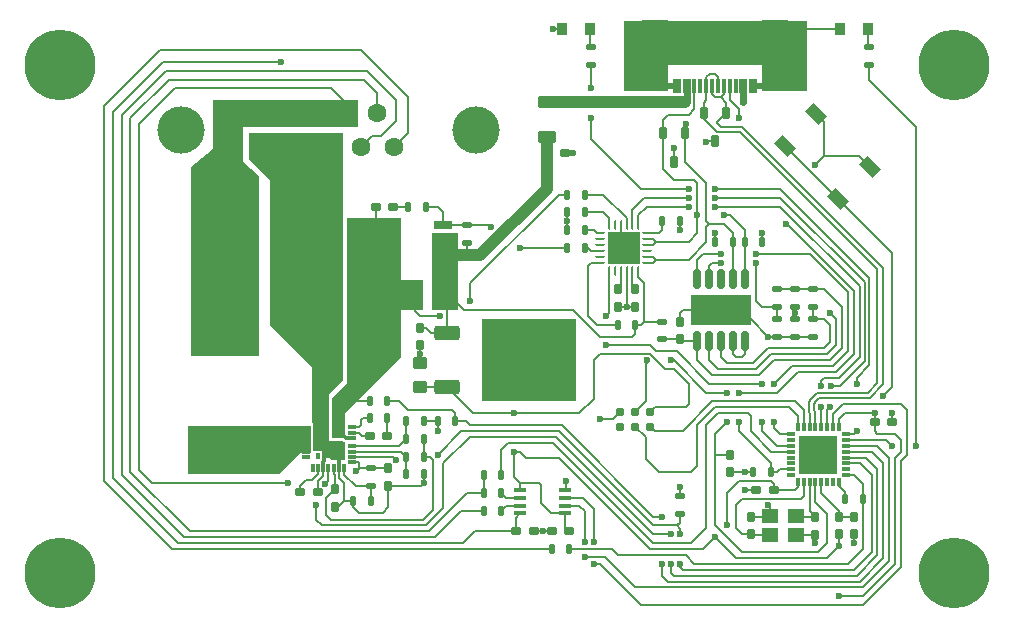
<source format=gtl>
%FSLAX46Y46*%
%MOMM*%
%ADD11C,0.200000*%
%ADD12C,0.300000*%
%ADD14C,0.500000*%
%ADD15C,0.600000*%
%ADD13C,1.000000*%
%AMPS37*
4,1,20,
0.362500,1.175000,
0.362500,-1.175000,
-0.362500,-1.175000,
-0.362500,-0.875000,
0.087500,-0.875000,
0.087500,-0.725000,
-0.362500,-0.725000,
-0.362500,-0.425000,
0.087500,-0.425000,
0.087500,-0.025000,
-0.362500,-0.025000,
-0.362500,0.275000,
0.087500,0.275000,
0.087500,0.425000,
-0.362500,0.425000,
-0.362500,0.725000,
0.087500,0.725000,
0.087500,0.875000,
-0.362500,0.875000,
-0.362500,1.175000,
0.362500,1.175000,
0*
%
%ADD37PS37*%
%AMPS22*
4,1,4,
-3.200000,-2.900000,
3.200000,-2.900000,
3.200000,2.900000,
-3.200000,2.900000,
-3.200000,-2.900000,
0*
%
%ADD22PS22*%
%AMPS19*
1,1,4.000000,0.000000,0.000000*
%
%ADD19PS19*%
%AMPS18*
1,1,1.600000,0.000000,0.000000*
%
%ADD18PS18*%
%AMPS35*
21,1,0.580000,0.380000,0.000000,0.000000,270.000000*
%
%ADD35PS35*%
%AMPS42*
21,1,1.000000,1.600000,0.000000,0.000000,45.000000*
%
%ADD42PS42*%
%AMPS43*
21,1,1.000000,1.600000,0.000000,0.000000,225.000000*
%
%ADD43PS43*%
%AMPS56*
21,1,2.700000,2.700000,0.000000,0.000000,180.000000*
%
%ADD56PS56*%
%AMPS53*
21,1,0.900000,1.000000,0.000000,0.000000,0.000000*
%
%ADD53PS53*%
%AMPS41*
21,1,1.575000,1.050000,0.000000,0.000000,270.000000*
%
%ADD41PS41*%
%AMPS49*
21,1,3.200000,1.600000,0.000000,0.000000,180.000000*
%
%ADD49PS49*%
%AMPS36*
21,1,0.300000,0.725000,0.000000,0.000000,180.000000*
%
%ADD36PS36*%
%AMPS38*
21,1,0.300000,0.725000,0.000000,0.000000,270.000000*
%
%ADD38PS38*%
%AMPS45*
21,1,0.600000,1.500000,0.000000,0.000000,90.000000*
%
%ADD45PS45*%
%AMPS46*
21,1,0.600000,1.500000,0.000000,0.000000,270.000000*
%
%ADD46PS46*%
%AMPS47*
21,1,2.900000,5.400000,0.000000,0.000000,90.000000*
%
%ADD47PS47*%
%AMPS25*
21,1,2.500000,3.400000,0.000000,0.000000,90.000000*
%
%ADD25PS25*%
%AMPS50*
21,1,0.600000,1.150000,0.000000,0.000000,180.000000*
%
%ADD50PS50*%
%AMPS28*
21,1,0.300000,0.600000,0.000000,0.000000,0.000000*
%
%ADD28PS28*%
%AMPS27*
21,1,0.300000,0.600000,0.000000,0.000000,90.000000*
%
%ADD27PS27*%
%AMPS29*
21,1,0.300000,0.600000,0.000000,0.000000,180.000000*
%
%ADD29PS29*%
%AMPS26*
21,1,0.300000,0.600000,0.000000,0.000000,270.000000*
%
%ADD26PS26*%
%AMPS51*
21,1,2.180000,2.000000,0.000000,0.000000,180.000000*
%
%ADD51PS51*%
%AMPS52*
21,1,0.300000,1.150000,0.000000,0.000000,180.000000*
%
%ADD52PS52*%
%AMPS62*
21,1,1.400000,1.200000,0.000000,0.000000,0.000000*
%
%ADD62PS62*%
%AMPS65*
1,1,0.600000,0.000000,0.000000*
%
%ADD65PS65*%
%AMPS39*
4,1,14,
0.600000,1.137500,
0.300000,1.137500,
0.300000,1.687500,
0.000000,1.687500,
0.000000,1.137500,
-0.150000,1.137500,
-0.150000,1.687500,
-0.450000,1.687500,
-0.450000,1.137500,
-0.600000,1.137500,
-0.600000,-1.037500,
0.145000,-1.037500,
0.145000,-1.687500,
0.600000,-1.687500,
0.600000,1.137500,
0*
%
%ADD39PS39*%
%AMPS40*
4,1,10,
0.525000,0.300000,
0.225000,0.300000,
0.225000,0.850000,
-0.075000,0.850000,
-0.075000,0.300000,
-0.225000,0.300000,
-0.225000,0.850000,
-0.525000,0.850000,
-0.525000,-0.850000,
0.525000,-0.850000,
0.525000,0.300000,
0*
%
%ADD40PS40*%
%AMPS20*
1,1,0.500000,-0.250000,0.550000*
1,1,0.500000,0.250000,-0.550000*
1,1,0.500000,-0.250000,-0.550000*
21,1,1.000000,1.100000,0.000000,0.000000,180.000000*
21,1,0.500000,1.600000,0.000000,0.000000,180.000000*
1,1,0.500000,0.250000,0.550000*
%
%ADD20PS20*%
%AMPS31*
1,1,0.500000,-0.550000,-0.250000*
1,1,0.500000,0.550000,0.250000*
1,1,0.500000,0.550000,-0.250000*
21,1,1.000000,1.100000,0.000000,0.000000,270.000000*
21,1,0.500000,1.600000,0.000000,0.000000,270.000000*
1,1,0.500000,-0.550000,0.250000*
%
%ADD31PS31*%
%AMPS59*
1,1,0.100000,0.500000,0.150000*
1,1,0.100000,-0.500000,-0.150000*
1,1,0.100000,-0.500000,0.150000*
21,1,0.400000,1.000000,0.000000,0.000000,90.000000*
21,1,0.300000,1.100000,0.000000,0.000000,90.000000*
1,1,0.100000,0.500000,-0.150000*
%
%ADD59PS59*%
%AMPS60*
1,1,0.100000,-0.500000,-0.150000*
1,1,0.100000,0.500000,0.150000*
1,1,0.100000,0.500000,-0.150000*
21,1,0.400000,1.000000,0.000000,0.000000,270.000000*
21,1,0.300000,1.100000,0.000000,0.000000,270.000000*
1,1,0.100000,-0.500000,0.150000*
%
%ADD60PS60*%
%AMPS54*
1,1,0.125000,-0.062500,0.350000*
1,1,0.125000,0.062500,-0.350000*
1,1,0.125000,-0.062500,-0.350000*
21,1,0.250000,0.700000,0.000000,0.000000,180.000000*
21,1,0.125000,0.825000,0.000000,0.000000,180.000000*
1,1,0.125000,0.062500,0.350000*
%
%ADD54PS54*%
%AMPS57*
1,1,0.360000,0.220000,-0.195000*
1,1,0.360000,-0.220000,0.195000*
1,1,0.360000,0.220000,0.195000*
21,1,0.800000,0.390000,0.000000,0.000000,0.000000*
21,1,0.440000,0.750000,0.000000,0.000000,0.000000*
1,1,0.360000,-0.220000,-0.195000*
%
%ADD57PS57*%
%AMPS32*
1,1,0.360000,0.195000,0.220000*
1,1,0.360000,-0.195000,-0.220000*
1,1,0.360000,-0.195000,0.220000*
21,1,0.800000,0.390000,0.000000,0.000000,90.000000*
21,1,0.440000,0.750000,0.000000,0.000000,90.000000*
1,1,0.360000,0.195000,-0.220000*
%
%ADD32PS32*%
%AMPS48*
1,1,0.360000,-0.220000,0.195000*
1,1,0.360000,0.220000,-0.195000*
1,1,0.360000,-0.220000,-0.195000*
21,1,0.800000,0.390000,0.000000,0.000000,180.000000*
21,1,0.440000,0.750000,0.000000,0.000000,180.000000*
1,1,0.360000,0.220000,0.195000*
%
%ADD48PS48*%
%AMPS34*
1,1,0.360000,-0.195000,-0.220000*
1,1,0.360000,0.195000,0.220000*
1,1,0.360000,0.195000,-0.220000*
21,1,0.800000,0.390000,0.000000,0.000000,270.000000*
21,1,0.440000,0.750000,0.000000,0.000000,270.000000*
1,1,0.360000,-0.195000,0.220000*
%
%ADD34PS34*%
%AMPS23*
1,1,0.300000,0.175000,-0.675000*
1,1,0.300000,-0.175000,0.675000*
1,1,0.300000,0.175000,0.675000*
21,1,0.650000,1.350000,0.000000,0.000000,0.000000*
21,1,0.350000,1.650000,0.000000,0.000000,0.000000*
1,1,0.300000,-0.175000,-0.675000*
%
%ADD23PS23*%
%AMPS24*
1,1,0.300000,-0.175000,0.675000*
1,1,0.300000,0.175000,-0.675000*
1,1,0.300000,-0.175000,-0.675000*
21,1,0.650000,1.350000,0.000000,0.000000,180.000000*
21,1,0.350000,1.650000,0.000000,0.000000,180.000000*
1,1,0.300000,0.175000,0.675000*
%
%ADD24PS24*%
%AMPS64*
1,1,0.440000,-0.230000,0.630000*
1,1,0.440000,0.230000,-0.630000*
1,1,0.440000,-0.230000,-0.630000*
21,1,0.900000,1.260000,0.000000,0.000000,180.000000*
21,1,0.460000,1.700000,0.000000,0.000000,180.000000*
1,1,0.440000,0.230000,0.630000*
%
%ADD64PS64*%
%AMPS61*
1,1,0.500000,0.375000,0.250000*
1,1,0.500000,-0.375000,-0.250000*
1,1,0.500000,-0.375000,0.250000*
21,1,1.000000,0.750000,0.000000,0.000000,90.000000*
21,1,0.500000,1.250000,0.000000,0.000000,90.000000*
1,1,0.500000,0.375000,-0.250000*
%
%ADD61PS61*%
%AMPS16*
1,1,0.240000,0.130000,-0.330000*
1,1,0.240000,-0.130000,0.330000*
1,1,0.240000,0.130000,0.330000*
21,1,0.500000,0.660000,0.000000,0.000000,0.000000*
21,1,0.260000,0.900000,0.000000,0.000000,0.000000*
1,1,0.240000,-0.130000,-0.330000*
%
%ADD16PS16*%
%AMPS33*
1,1,0.240000,0.330000,0.130000*
1,1,0.240000,-0.330000,-0.130000*
1,1,0.240000,-0.330000,0.130000*
21,1,0.500000,0.660000,0.000000,0.000000,90.000000*
21,1,0.260000,0.900000,0.000000,0.000000,90.000000*
1,1,0.240000,0.330000,-0.130000*
%
%ADD33PS33*%
%AMPS17*
1,1,0.240000,-0.130000,0.330000*
1,1,0.240000,0.130000,-0.330000*
1,1,0.240000,-0.130000,-0.330000*
21,1,0.500000,0.660000,0.000000,0.000000,180.000000*
21,1,0.260000,0.900000,0.000000,0.000000,180.000000*
1,1,0.240000,0.130000,0.330000*
%
%ADD17PS17*%
%AMPS44*
1,1,0.240000,-0.330000,-0.130000*
1,1,0.240000,0.330000,0.130000*
1,1,0.240000,0.330000,-0.130000*
21,1,0.500000,0.660000,0.000000,0.000000,270.000000*
21,1,0.260000,0.900000,0.000000,0.000000,270.000000*
1,1,0.240000,-0.330000,0.130000*
%
%ADD44PS44*%
%AMPS21*
1,1,0.500000,0.850000,-0.350000*
1,1,0.500000,-0.850000,0.350000*
1,1,0.500000,0.850000,0.350000*
21,1,2.200000,0.700000,0.000000,0.000000,0.000000*
21,1,1.700000,1.200000,0.000000,0.000000,0.000000*
1,1,0.500000,-0.850000,-0.350000*
%
%ADD21PS21*%
%AMPS58*
1,1,0.340000,0.180000,-0.330000*
1,1,0.340000,-0.180000,0.330000*
1,1,0.340000,0.180000,0.330000*
21,1,0.700000,0.660000,0.000000,0.000000,0.000000*
21,1,0.360000,1.000000,0.000000,0.000000,0.000000*
1,1,0.340000,-0.180000,-0.330000*
%
%ADD58PS58*%
%AMPS55*
1,1,0.125000,-0.350000,0.062500*
1,1,0.125000,0.350000,-0.062500*
1,1,0.125000,-0.350000,-0.062500*
21,1,0.825000,0.125000,0.000000,0.000000,180.000000*
21,1,0.700000,0.250000,0.000000,0.000000,180.000000*
1,1,0.125000,0.350000,0.062500*
%
%ADD55PS55*%
%AMPS10*
1,1,6.000000,0.000000,0.000000*
%
%ADD10PS10*%
%AMPS30*
21,1,3.300000,3.300000,0.000000,0.000000,90.000000*
%
%ADD30PS30*%
%AMPS63*
1,1,0.787400,0.000000,0.000000*
%
%ADD63PS63*%
G01*
%LPD*%
G36*
X25250000Y67500000D02*
X25250000Y74500000D01*
X17250000Y74500000D01*
X17250000Y67500000D01*
X25250000Y67500000D01*
D02*
G37*
%LPD*%
G36*
X5642576Y62529858D02*
X5642576Y64057969D01*
X5547368Y64108858D01*
X5521779Y64129858D01*
X4342576Y64129858D01*
X4342576Y68039993D01*
X5502592Y69292792D01*
X5502592Y90250000D01*
X-2500000Y90250000D01*
X-2500000Y87999999D01*
X-657424Y86293053D01*
X-657424Y73929859D01*
X2842576Y70429857D01*
X2842576Y65659858D01*
X2972576Y65659858D01*
X2972576Y63339858D01*
X3742576Y63339858D01*
X3742576Y62729858D01*
X4342575Y62729858D01*
X4542577Y62529858D01*
X5642576Y62529858D01*
D02*
G37*
%LPD*%
G36*
X-1657424Y71329858D02*
X-1657424Y86579858D01*
X-3000000Y87774921D01*
X-3000000Y90750000D01*
X6750000Y90750000D01*
X6750000Y93000000D01*
X-5500000Y93000000D01*
X-5500000Y88851206D01*
X-7407424Y87329857D01*
X-7407424Y71329858D01*
X-1657424Y71329858D01*
D02*
G37*
%LPD*%
G36*
X40000000Y74000000D02*
X40000000Y76500000D01*
X35000000Y76500000D01*
X35000000Y74000000D01*
X40000000Y74000000D01*
D02*
G37*
%LPD*%
G36*
X33000000Y93750000D02*
X33000000Y96000000D01*
X41000000Y96000000D01*
X41000000Y93750000D01*
X44750000Y93750000D01*
X44750000Y99740000D01*
X29250000Y99740000D01*
X29250000Y93750000D01*
X33000000Y93750000D01*
D02*
G37*
%LPD*%
G36*
X5642576Y64424858D02*
X5642576Y66479858D01*
X10392576Y71229860D01*
X10392576Y75250000D01*
X12250000Y75250000D01*
X12250000Y77750000D01*
X10392576Y77750000D01*
X10392576Y83000000D01*
X5842576Y83000000D01*
X5842576Y69079859D01*
X4542576Y67823529D01*
X4542576Y64425000D01*
X5642576Y64424858D01*
D02*
G37*
%LPD*%
G36*
X13681509Y75250000D02*
X13700485Y75252815D01*
X13750000Y75255248D01*
X13799515Y75252815D01*
X13818491Y75250000D01*
X15250000Y75250000D01*
X15250000Y81750000D01*
X13000000Y81750000D01*
X13000000Y75250000D01*
X13681509Y75250000D01*
D02*
G37*
%LPD*%
G36*
X92575Y61329858D02*
X1837576Y63074858D01*
X1837576Y63159858D01*
X2767576Y63159858D01*
X2767576Y65454858D01*
X-7657424Y65454858D01*
X-7657424Y61329858D01*
X92575Y61329858D01*
D02*
G37*
G01*
%LPD*%
D11*
X45049998Y65900000D02*
X44999998Y65850000D01*
D11*
X20500000Y80500000D02*
X24500000Y80500000D01*
D11*
X43750000Y74500000D02*
X43750000Y75000000D01*
D11*
X46000000Y69250000D02*
X46000000Y68799999D01*
D11*
X45333787Y66749989D02*
X45499998Y66583778D01*
D12*
X5167576Y61892358D02*
X5167576Y63267358D01*
D11*
X30000000Y73000000D02*
X30250000Y73250000D01*
D11*
X34750000Y91750000D02*
X35250000Y92250000D01*
D11*
X15500020Y58249980D02*
X15500000Y58250000D01*
D11*
X10417576Y63254858D02*
X10842576Y62829858D01*
D11*
X20500000Y63250000D02*
X21000000Y62750000D01*
D11*
X13950000Y83550000D02*
X13950000Y82404998D01*
D11*
X42250000Y74500000D02*
X42250000Y75500000D01*
D11*
X27750000Y72250000D02*
X31500000Y72250000D01*
D11*
X44933776Y67412738D02*
X44933777Y66584299D01*
D11*
X39250000Y71250000D02*
X39500000Y71500000D01*
D11*
X20500000Y58674980D02*
X19325000Y58674980D01*
D11*
X41000000Y75500000D02*
X42250000Y75500000D01*
D11*
X12500000Y83999998D02*
X13500002Y83999998D01*
D11*
X42000002Y60000000D02*
X42000002Y60499998D01*
D11*
X49968750Y99000000D02*
X49968750Y97537500D01*
D11*
X42500000Y85500000D02*
X50050021Y77949979D01*
D11*
X29500000Y75500000D02*
X30250000Y75500000D01*
D11*
X31750002Y56249998D02*
X33250000Y56249998D01*
D11*
X38000000Y70750000D02*
X40250000Y70750000D01*
D11*
X33500000Y52750000D02*
X33263909Y52986091D01*
D11*
X30250000Y65365000D02*
X31152520Y64462480D01*
D11*
X51250000Y78782856D02*
X51250000Y68967144D01*
D11*
X30000000Y83750000D02*
X31000000Y84750000D01*
D11*
X43500000Y70500000D02*
X47000000Y70500000D01*
D11*
X50500000Y65000000D02*
X50750000Y64750000D01*
D11*
X24300000Y59324980D02*
X25825020Y59324980D01*
D11*
X22075020Y60574980D02*
X20500000Y60574980D01*
D11*
X50750000Y54500000D02*
X49000000Y52750000D01*
D11*
X35250000Y92250000D02*
X35250000Y94245000D01*
D11*
X10000000Y93000000D02*
X10000000Y91250000D01*
D11*
X29500000Y75500000D02*
X28750000Y75500000D01*
D11*
X48099998Y62250000D02*
X49250000Y62250000D01*
D12*
X3900000Y62475000D02*
X3900000Y62959934D01*
D13*
X22750000Y85500000D02*
X22750000Y88500000D01*
D11*
X12000000Y73749998D02*
X12500002Y73749998D01*
D11*
X43750000Y60000000D02*
X43999998Y60249998D01*
D13*
X22750000Y88500000D02*
X22750000Y89850000D01*
D11*
X7192576Y66079858D02*
X7742576Y66079858D01*
D11*
X39258345Y59258345D02*
X44300011Y59258345D01*
D11*
X45500000Y87500000D02*
X46250000Y88250000D01*
D11*
X9342576Y60329858D02*
X9342576Y58579858D01*
D11*
X31750000Y79250000D02*
X31212500Y79250000D01*
D11*
X33750000Y57000000D02*
X34000000Y57250000D01*
D11*
X34000000Y82750000D02*
X34000000Y82000000D01*
D11*
X35500000Y79500000D02*
X36000000Y80000000D01*
D11*
X17400000Y59749980D02*
X15999980Y59749980D01*
D11*
X37250000Y70250000D02*
X40500000Y70250000D01*
D11*
X4267576Y60793560D02*
X4010120Y60536104D01*
D11*
X51750000Y62750000D02*
X50750000Y63750000D01*
D11*
X36750000Y94245000D02*
X36750000Y93500000D01*
D11*
X3250000Y57500000D02*
X3750000Y57000000D01*
D11*
X13500000Y65829858D02*
X13500000Y65000000D01*
D11*
X36750000Y93500000D02*
X37000000Y93250000D01*
D11*
X37149980Y90350020D02*
X39117136Y90350020D01*
D11*
X29000000Y82462500D02*
X29000000Y81500000D01*
D11*
X50500000Y65750000D02*
X50500000Y66500000D01*
D11*
X31000000Y74250000D02*
X30750000Y74000000D01*
D11*
X40000000Y65000000D02*
X41750000Y63250000D01*
D11*
X49650010Y70900010D02*
X47549999Y68799999D01*
D14*
X40200000Y94245000D02*
X41535000Y94245000D01*
D11*
X45499998Y66583778D02*
X45499998Y65350000D01*
D11*
X40500000Y79250000D02*
X40500000Y76000000D01*
D12*
X3817576Y61892358D02*
X3817576Y62392576D01*
D11*
X48750000Y53250000D02*
X34250000Y53250000D01*
D11*
X42250000Y68250000D02*
X44000000Y70000000D01*
D11*
X51750000Y54000000D02*
X51750000Y62750000D01*
D11*
X41750000Y62250000D02*
X39000000Y65000000D01*
D11*
X38500000Y81750000D02*
X37750000Y82500000D01*
D11*
X50500000Y65750000D02*
X50500000Y65000000D01*
D11*
X5592576Y59079858D02*
X6342576Y59079858D01*
D11*
X51250000Y62250000D02*
X51250000Y54250000D01*
D11*
X-8000000Y56000000D02*
X-13250000Y61250000D01*
D11*
X2855087Y60817347D02*
X2330065Y60817347D01*
D11*
X24500000Y82750000D02*
X24500000Y83500000D01*
D11*
X12250000Y57500000D02*
X13092576Y58342576D01*
D11*
X50082845Y67799989D02*
X45832845Y67799989D01*
D11*
X13500002Y83999998D02*
X13950000Y83550000D01*
D11*
X38500000Y81000000D02*
X38500000Y81750000D01*
D11*
X24300000Y56849980D02*
X24650000Y56499980D01*
D11*
X47500000Y56250000D02*
X47500000Y55250000D01*
D11*
X32550000Y87200000D02*
X32550000Y90200000D01*
D11*
X34250000Y53250000D02*
X34013778Y53486222D01*
D11*
X44300011Y59258345D02*
X44499998Y59458332D01*
D11*
X48099998Y63250000D02*
X50250000Y63250000D01*
D11*
X11000000Y66750000D02*
X14750000Y66750000D01*
D11*
X42250000Y61500000D02*
X41750000Y61500000D01*
D11*
X44499998Y59458332D02*
X44499998Y60650000D01*
D11*
X41500000Y72000000D02*
X46250000Y72000000D01*
D11*
X50050021Y77949979D02*
X50050021Y70550021D01*
D11*
X34750000Y85500000D02*
X30750000Y85500000D01*
D11*
X40000000Y57750000D02*
X41599998Y57750000D01*
D11*
X45333787Y67247049D02*
X45333787Y66749989D01*
D11*
X37250000Y66500000D02*
X39750000Y66500000D01*
D11*
X-8750000Y94000000D02*
X2500000Y94000000D01*
D11*
X-14750000Y92500000D02*
X-14750000Y60750001D01*
D11*
X21000000Y62750000D02*
X23750000Y62750000D01*
D13*
X22750000Y85500000D02*
X17114998Y79864998D01*
D11*
X26500000Y94000000D02*
X26500000Y96000000D01*
D11*
X26000000Y82000000D02*
X26750000Y82000000D01*
D11*
X14450000Y76500000D02*
X15700000Y75250000D01*
D11*
X50250000Y61250000D02*
X50250000Y54750000D01*
D11*
X32250000Y81750000D02*
X32500000Y82000000D01*
D11*
X45750000Y54750000D02*
X46500000Y55500000D01*
D11*
X26450000Y99000000D02*
X26450000Y97550000D01*
D11*
X38500000Y77900000D02*
X38500000Y81000000D01*
D11*
X48750000Y56250000D02*
X48750000Y55500000D01*
D11*
X41649998Y58558336D02*
X41500000Y58708334D01*
D11*
X19325000Y58674980D02*
X18900000Y58249980D01*
D11*
X25475020Y58674980D02*
X25949997Y58200003D01*
D11*
X43750000Y77000000D02*
X45250000Y77000000D01*
D11*
X28345000Y66000000D02*
X27250000Y66000000D01*
D11*
X26750000Y67750000D02*
X25500000Y66500000D01*
D11*
X49500000Y60500000D02*
X49500000Y59250000D01*
D11*
X7042576Y65929858D02*
X7192576Y66079858D01*
D11*
X15999980Y59749980D02*
X12750000Y56500000D01*
D11*
X31520000Y66635000D02*
X31885000Y67000000D01*
D11*
X34750000Y81000000D02*
X35500000Y81750000D01*
D11*
X37000000Y95250000D02*
X36529978Y95250000D01*
D11*
X37200010Y91082846D02*
X37532825Y90750031D01*
D11*
X3367576Y61329836D02*
X2855087Y60817347D01*
D11*
X47500000Y69500000D02*
X46250000Y69500000D01*
D11*
X52250000Y64750000D02*
X52750000Y64250000D01*
D11*
X42000000Y65250000D02*
X42000000Y65750000D01*
D11*
X26500000Y79250000D02*
X27287500Y79250000D01*
D11*
X4767565Y61354858D02*
X4767565Y61842369D01*
D11*
X12500000Y57000000D02*
X14000000Y58500000D01*
D11*
X37750000Y93500000D02*
X37750000Y94245000D01*
D11*
X29500000Y83000000D02*
X29500000Y82462500D01*
D11*
X34000000Y72750000D02*
X32500000Y72750000D01*
D11*
X43750000Y73000000D02*
X45250000Y73000000D01*
D11*
X13950000Y82404998D02*
X16000000Y82404998D01*
D11*
X46250000Y72000000D02*
X46750000Y72500000D01*
D11*
X23250000Y64000000D02*
X31750000Y55500000D01*
D11*
X36750000Y79250000D02*
X37500000Y79250000D01*
D11*
X39500000Y82000000D02*
X38250000Y83250000D01*
D11*
X31152520Y70652520D02*
X31250000Y70750000D01*
D11*
X16675000Y56499980D02*
X20150000Y56499980D01*
D11*
X28000000Y78537500D02*
X28000000Y75000000D01*
D11*
X30500000Y78537500D02*
X30500000Y78000000D01*
D11*
X52750000Y67250000D02*
X53250000Y66750000D01*
D11*
X40000000Y56250000D02*
X39250000Y56250000D01*
D11*
X36300000Y89550000D02*
X36250000Y89500000D01*
D11*
X45999998Y60650000D02*
X45999998Y59750002D01*
D11*
X4842576Y60079858D02*
X4842576Y61279847D01*
D11*
X36250000Y82750000D02*
X36500000Y82500000D01*
D11*
X49000000Y69500000D02*
X49000000Y69000000D01*
D11*
X14000000Y62250000D02*
X16250000Y64500000D01*
D11*
X-7500000Y56500000D02*
X-12500000Y61500000D01*
D11*
X4500000Y94000000D02*
X5635000Y92865000D01*
D11*
X49750000Y62750000D02*
X50750000Y61750000D01*
D11*
X9790000Y89055000D02*
X11000000Y90265000D01*
D11*
X48099998Y64250000D02*
X51500000Y64250000D01*
D11*
X39000000Y65000000D02*
X39000000Y65750000D01*
D11*
X16000000Y80904998D02*
X16000000Y79979996D01*
D11*
X31500000Y55000000D02*
X36000000Y55000000D01*
D11*
X45049998Y67582842D02*
X45049998Y67528960D01*
D11*
X38000000Y65750000D02*
X37000000Y64750000D01*
D11*
X31750000Y80750000D02*
X31212500Y80750000D01*
D11*
X6842576Y58079858D02*
X6342576Y58579858D01*
D11*
X24300000Y58024980D02*
X24300000Y56849980D01*
D11*
X47499998Y65350000D02*
X47499998Y65999998D01*
D11*
X9250000Y67500000D02*
X10250000Y67500000D01*
D11*
X34250000Y75250000D02*
X34000000Y75000000D01*
D11*
X8750000Y90000000D02*
X7965000Y90000000D01*
D11*
X41500000Y73000000D02*
X40000000Y74500000D01*
D11*
X27250000Y71500000D02*
X26750000Y71000000D01*
D11*
X-14000000Y92000000D02*
X-14000000Y61000000D01*
D11*
X30750000Y50250000D02*
X27275020Y53724980D01*
D11*
X42250000Y77000000D02*
X43750000Y77000000D01*
D11*
X41750000Y60750000D02*
X39000000Y60750000D01*
D11*
X7042576Y65529858D02*
X7042576Y65929858D01*
D11*
X38750000Y71250000D02*
X39250000Y71250000D01*
D11*
X4767565Y61842369D02*
X4717576Y61892358D01*
D11*
X23750000Y65000000D02*
X15500000Y65000000D01*
D11*
X30000000Y78537500D02*
X30000000Y77250000D01*
D11*
X31152520Y62597480D02*
X32250000Y61500000D01*
D11*
X14300000Y68719998D02*
X16519998Y66500000D01*
D11*
X35000000Y61500000D02*
X35500000Y62000000D01*
D11*
X37000000Y89550000D02*
X36300000Y89550000D01*
D11*
X44250000Y99000000D02*
X44000000Y99250000D01*
D11*
X16000000Y82404998D02*
X17845002Y82404998D01*
D11*
X35500000Y77900000D02*
X35500000Y79500000D01*
D11*
X43750000Y67500000D02*
X36750000Y67500000D01*
D11*
X48750000Y57750000D02*
X47500000Y57750000D01*
D11*
X39500000Y71500000D02*
X39500000Y72600000D01*
D11*
X45999998Y65350000D02*
X45999998Y66932309D01*
D11*
X51250000Y68967144D02*
X50082845Y67799989D01*
D11*
X18900000Y61250000D02*
X18900000Y63400000D01*
D11*
X49500000Y55000000D02*
X49500000Y59250000D01*
D11*
X-12500000Y61500000D02*
X-12500000Y91500000D01*
D11*
X14300000Y76350000D02*
X14450000Y76500000D01*
D11*
X45749998Y63000000D02*
X45749998Y63000001D01*
D11*
X35500000Y72600000D02*
X34150000Y72600000D01*
D11*
X35500000Y86000000D02*
X35250000Y86250000D01*
D11*
X-12500000Y91500000D02*
X-9250000Y94750000D01*
D11*
X37250000Y94245000D02*
X37250000Y95000000D01*
D11*
X38000000Y59750000D02*
X39000000Y60750000D01*
D11*
X50250000Y63250000D02*
X51250000Y62250000D01*
D11*
X38500000Y72600000D02*
X38500000Y71500000D01*
D11*
X38750000Y56750000D02*
X38750000Y58750000D01*
D11*
X30500000Y82462500D02*
X30500000Y83250000D01*
D11*
X48000000Y66500000D02*
X50500000Y66500000D01*
D11*
X46999998Y65350000D02*
X46999998Y66434288D01*
D11*
X45250000Y74500000D02*
X45250000Y75500000D01*
D11*
X37000000Y84750000D02*
X42500000Y84750000D01*
D11*
X27500000Y85000000D02*
X29500000Y83000000D01*
D11*
X33500000Y87800000D02*
X33500000Y89000000D01*
D11*
X45450009Y67417153D02*
X45450009Y67363271D01*
D11*
X48750000Y76815714D02*
X43065714Y82500000D01*
D11*
X14300000Y68719998D02*
X12030064Y68719998D01*
D11*
X27675020Y54324980D02*
X30250000Y51750000D01*
D11*
X38000000Y57000000D02*
X38000000Y59750000D01*
D11*
X41000000Y65000000D02*
X41000000Y65750000D01*
D11*
X31212500Y81250000D02*
X31750000Y81250000D01*
D11*
X47750000Y72000000D02*
X47750000Y75500000D01*
D11*
X46500000Y55500000D02*
X46500000Y58000000D01*
D11*
X25000000Y75250000D02*
X27250000Y73000000D01*
D11*
X41649998Y56200000D02*
X40050000Y56200000D01*
D11*
X4267576Y61892358D02*
X4267576Y60793560D01*
D11*
X26000000Y80500000D02*
X26250000Y80500000D01*
D11*
X36500000Y71000000D02*
X37250000Y70250000D01*
D11*
X4092576Y57907424D02*
X4500000Y57500000D01*
D11*
X49187006Y88250000D02*
X50106244Y87330762D01*
D11*
X45049998Y66468078D02*
X45049998Y65900000D01*
D11*
X30750000Y74000000D02*
X30250000Y74000000D01*
D11*
X15920142Y65829858D02*
X16250000Y65500000D01*
D11*
X46500000Y58000000D02*
X45499998Y59000002D01*
D11*
X47500000Y57750000D02*
X47500000Y58250000D01*
D11*
X41599998Y57750000D02*
X41649998Y57800000D01*
D11*
X20000000Y63250000D02*
X20500000Y63250000D01*
D11*
X7250000Y94750000D02*
X8405000Y93595000D01*
D11*
X37000000Y64750000D02*
X37000000Y63000000D01*
D11*
X26000000Y54324980D02*
X27675020Y54324980D01*
D11*
X49500000Y51750000D02*
X51750000Y54000000D01*
D11*
X31250000Y70750000D02*
X31250000Y71000000D01*
D11*
X42500000Y84000000D02*
X49250000Y77250000D01*
D11*
X50750000Y78717156D02*
X50750000Y69032844D01*
D11*
X28980000Y66635000D02*
X28345000Y66000000D01*
D11*
X31750000Y55500000D02*
X35000000Y55500000D01*
D11*
X48250000Y76750000D02*
X45000000Y80000000D01*
D11*
X11550000Y76500000D02*
X11550000Y75200000D01*
D11*
X43750000Y75000000D02*
X43750000Y75500000D01*
D11*
X31212500Y79750000D02*
X31750000Y79750000D01*
D11*
X4500000Y57500000D02*
X12250000Y57500000D01*
D11*
X36750000Y67500000D02*
X34250000Y65000000D01*
D11*
X34013909Y56263909D02*
X34013909Y56736091D01*
D11*
X10250000Y67500000D02*
X11000000Y66750000D01*
D11*
X36750000Y69750000D02*
X40750000Y69750000D01*
D11*
X32000000Y81000000D02*
X31750000Y80750000D01*
D11*
X43065714Y82500000D02*
X43000000Y82500000D01*
D11*
X36250000Y82250000D02*
X36500000Y82500000D01*
D11*
X12342576Y64329858D02*
X12342576Y62829858D01*
D11*
X10000000Y91250000D02*
X8750000Y90000000D01*
D11*
X6280076Y63254858D02*
X10417576Y63254858D01*
D11*
X34000000Y57250000D02*
X34000000Y58000000D01*
D11*
X24500000Y85000000D02*
X23750000Y85000000D01*
D11*
X34750000Y67250000D02*
X34750000Y69000000D01*
D11*
X14750000Y66750000D02*
X15000000Y66500000D01*
D11*
X5635000Y92865000D02*
X5635000Y91895000D01*
D11*
X29000000Y77250000D02*
X29000000Y78537500D01*
D12*
X5745142Y64404858D02*
X5400000Y64750000D01*
D11*
X33500000Y86250000D02*
X32550000Y87200000D01*
D11*
X46250000Y74500000D02*
X45250000Y74500000D01*
D11*
X32000000Y71750000D02*
X33750000Y71750000D01*
D11*
X52000000Y80062994D02*
X47419238Y84643756D01*
D11*
X36000000Y80000000D02*
X37500000Y80000000D01*
D11*
X2330065Y60817347D02*
X1842576Y60329858D01*
D11*
X8250000Y83999998D02*
X8250000Y82750000D01*
D11*
X37000000Y93250000D02*
X37500000Y93250000D01*
D11*
X26250000Y74750000D02*
X26250000Y79000000D01*
D13*
X15885002Y79864998D02*
X13950000Y79864998D01*
D11*
X34450000Y90200000D02*
X34450000Y90950000D01*
D11*
X11000000Y93250000D02*
X7000000Y97250000D01*
D11*
X37532825Y90750031D02*
X39282825Y90750031D01*
D11*
X26250000Y80500000D02*
X26500000Y80250000D01*
D11*
X36500000Y77900000D02*
X36500000Y79000000D01*
D11*
X46250000Y77000000D02*
X45250000Y77000000D01*
D11*
X6842576Y61829858D02*
X6817576Y61804858D01*
D11*
X-13250000Y61250000D02*
X-13250000Y91750000D01*
D11*
X44499998Y66750002D02*
X43750000Y67500000D01*
D11*
X12970002Y73279998D02*
X14300000Y73279998D01*
D11*
X34013778Y53486222D02*
X34013778Y53749740D01*
D11*
X35250000Y75250000D02*
X34250000Y75250000D01*
D11*
X5192596Y60979838D02*
X5592576Y60579858D01*
D11*
X48000000Y59824998D02*
X48000000Y59250000D01*
D11*
X48750000Y61250000D02*
X49500000Y60500000D01*
D11*
X42500000Y84750000D02*
X49650010Y77599990D01*
D11*
X1842576Y60329858D02*
X1842576Y59829858D01*
D11*
X36250000Y94970022D02*
X36250000Y94245000D01*
D11*
X42000000Y71000000D02*
X46750000Y71000000D01*
D11*
X34450000Y90200000D02*
X34450000Y87800000D01*
D11*
X24250000Y88500000D02*
X25000000Y88500000D01*
D11*
X27275020Y53724980D02*
X26750000Y53724980D01*
D11*
X41649998Y57800000D02*
X41649998Y58558336D01*
D11*
X6592576Y60329858D02*
X7842576Y60329858D01*
D11*
X32000000Y79500000D02*
X31750000Y79250000D01*
D11*
X12500002Y73749998D02*
X12970002Y73279998D01*
D11*
X31750000Y79750000D02*
X32000000Y79500000D01*
D11*
X34000000Y74250000D02*
X34000000Y75000000D01*
D11*
X39500000Y77900000D02*
X39500000Y81000000D01*
D11*
X24050000Y99000000D02*
X23250000Y99000000D01*
D11*
X21650000Y56499980D02*
X22400020Y56499980D01*
D11*
X34500000Y67000000D02*
X34750000Y67250000D01*
D11*
X33000000Y91750000D02*
X34750000Y91750000D01*
D11*
X22250000Y60400000D02*
X22075020Y60574980D01*
D11*
X48750000Y64750000D02*
X49000000Y65000000D01*
D11*
X47549999Y68799999D02*
X46800003Y68799999D01*
D11*
X36250000Y86000000D02*
X36250000Y82750000D01*
D11*
X14300000Y73279998D02*
X14300000Y76350000D01*
D11*
X27500000Y83500000D02*
X28000000Y83000000D01*
D11*
X32000000Y79500000D02*
X34750000Y79500000D01*
D11*
X47000000Y70500000D02*
X48250000Y71750000D01*
D11*
X28750000Y77000000D02*
X29000000Y77250000D01*
D11*
X12092576Y60329858D02*
X12342576Y60579858D01*
D11*
X6817576Y61804858D02*
X6592576Y61579858D01*
D11*
X35500000Y72600000D02*
X35500000Y71000000D01*
D11*
X39250000Y56250000D02*
X38750000Y56750000D01*
D11*
X34150000Y72600000D02*
X34000000Y72750000D01*
D11*
X29250000Y81250000D02*
X29250000Y80500000D01*
D11*
X49250000Y71250000D02*
X47500000Y69500000D01*
D11*
X54000000Y90750000D02*
X54000000Y63750000D01*
D11*
X32550000Y90200000D02*
X32550000Y91300000D01*
D11*
X39282825Y90750031D02*
X51250000Y78782856D01*
D11*
X42000000Y69000000D02*
X43500000Y70500000D01*
D11*
X38250000Y92995004D02*
X38250000Y94245000D01*
D11*
X3367576Y61892358D02*
X3367576Y61329836D01*
D11*
X17400000Y58249980D02*
X15500020Y58249980D01*
D11*
X12000000Y71500000D02*
X12000000Y72249998D01*
D11*
X37250000Y95000000D02*
X37000000Y95250000D01*
D11*
X42000002Y60000000D02*
X43750000Y60000000D01*
D11*
X32750000Y70250000D02*
X31500000Y71500000D01*
D11*
X38750000Y58750000D02*
X39258345Y59258345D01*
D11*
X50750000Y61750000D02*
X50750000Y54500000D01*
D11*
X53250000Y66750000D02*
X53250000Y63000000D01*
D11*
X53250000Y63000000D02*
X52750000Y62500000D01*
D11*
X32250000Y61500000D02*
X35000000Y61500000D01*
D11*
X11550000Y75200000D02*
X12000000Y74750000D01*
D11*
X46750000Y71000000D02*
X47750000Y72000000D01*
D11*
X47499998Y65999998D02*
X48000000Y66500000D01*
D11*
X52000000Y65750000D02*
X52000000Y66500000D01*
D11*
X19325000Y59324980D02*
X18900000Y59749980D01*
D11*
X26000000Y83500000D02*
X27500000Y83500000D01*
D11*
X-8500000Y55500000D02*
X15675020Y55500000D01*
D11*
X12842576Y62829858D02*
X12342576Y62829858D01*
D11*
X40050000Y56200000D02*
X40000000Y56250000D01*
D11*
X7500000Y95500000D02*
X10000000Y93000000D01*
D11*
X12000000Y71500000D02*
X12000000Y70750062D01*
D11*
X-10000000Y97250000D02*
X-14750000Y92500000D01*
D11*
X47568750Y99000000D02*
X44250000Y99000000D01*
D11*
X5167576Y61449850D02*
X5167576Y61892358D01*
D11*
X45500000Y57708334D02*
X43941664Y57708334D01*
D11*
X24300000Y58024980D02*
X23125020Y58024980D01*
D11*
X3750000Y57000000D02*
X12500000Y57000000D01*
D11*
X43999998Y60249998D02*
X43999998Y60650000D01*
D11*
X31212500Y81750000D02*
X32250000Y81750000D01*
D11*
X37000000Y57000000D02*
X39250000Y54750000D01*
D11*
X42250000Y73000000D02*
X43750000Y73000000D01*
D14*
X32465000Y94245000D02*
X31890000Y94820000D01*
D11*
X34000000Y59500000D02*
X34000000Y60250000D01*
D11*
X9242576Y66079858D02*
X9242576Y64579858D01*
D11*
X34450000Y87800000D02*
X36250000Y86000000D01*
D11*
X49968750Y97537500D02*
X50006250Y97500000D01*
D11*
X31000000Y77500000D02*
X31000000Y74250000D01*
D11*
X49650010Y77599990D02*
X49650010Y70900010D01*
D11*
X45500000Y56208334D02*
X45500000Y55500000D01*
D11*
X38000000Y68250000D02*
X36250000Y68250000D01*
D11*
X41750000Y63250000D02*
X43399998Y63250000D01*
D11*
X9342576Y60329858D02*
X12092576Y60329858D01*
D11*
X40250000Y61500000D02*
X39500000Y61500000D01*
D11*
X45499998Y59000002D02*
X45499998Y60650000D01*
D11*
X35500000Y81750000D02*
X35500000Y83250000D01*
D12*
X6280076Y64404858D02*
X5745142Y64404858D01*
D11*
X20500000Y58024980D02*
X20150000Y57674980D01*
D11*
X36250000Y65500000D02*
X37250000Y66500000D01*
D11*
X42500000Y64750000D02*
X42000000Y65250000D01*
D11*
X26500000Y89750000D02*
X30750000Y85500000D01*
D11*
X52750000Y53500000D02*
X49500000Y50250000D01*
D11*
X48250000Y53750000D02*
X49500000Y55000000D01*
D11*
X49500000Y50250000D02*
X30750000Y50250000D01*
D11*
X17845002Y82404998D02*
X18000000Y82250000D01*
D11*
X32550000Y91300000D02*
X33000000Y91750000D01*
D11*
X24400000Y60750000D02*
X24400000Y60074980D01*
D11*
X45500000Y56208334D02*
X43858332Y56208334D01*
D11*
X42500000Y61750000D02*
X42250000Y61500000D01*
D11*
X-9750000Y96250000D02*
X-14000000Y92000000D01*
D11*
X36250000Y81000000D02*
X36250000Y82250000D01*
D11*
X43941664Y57708334D02*
X43849998Y57800000D01*
D11*
X26750000Y82000000D02*
X27000000Y81750000D01*
D11*
X34250000Y65000000D02*
X31885000Y65000000D01*
D11*
X15000000Y65829858D02*
X15920142Y65829858D01*
D11*
X-9500000Y95500000D02*
X7500000Y95500000D01*
D11*
X5617576Y61892358D02*
X5617576Y61304858D01*
D11*
X6817576Y62354858D02*
X6817576Y61804858D01*
D14*
X41535000Y94245000D02*
X42110000Y94820000D01*
D11*
X5167576Y61449850D02*
X5192596Y61424830D01*
D11*
X49917156Y68200000D02*
X45667155Y68199999D01*
D11*
X6280076Y62354858D02*
X6817576Y62354858D01*
D11*
X-11750000Y61672433D02*
X-11750000Y91000000D01*
D11*
X13500000Y65829858D02*
X12342576Y65829858D01*
D11*
X19500000Y64000000D02*
X23250000Y64000000D01*
D11*
X6342576Y58579858D02*
X6342576Y59079858D01*
D15*
X39400000Y94245000D02*
X39400000Y92850000D01*
D11*
X-14000000Y61000000D02*
X-8500000Y55500000D01*
D11*
X3250000Y58750000D02*
X3250000Y57500000D01*
D11*
X31152520Y64462480D02*
X31152520Y62597480D01*
D11*
X45000000Y80000000D02*
X40500000Y80000000D01*
D11*
X30250000Y66635000D02*
X31152520Y67537520D01*
D11*
X49250000Y62250000D02*
X50250000Y61250000D01*
D11*
X3342576Y60739122D02*
X3817576Y61214122D01*
D11*
X3817576Y61214122D02*
X3817576Y61892358D01*
D11*
X36050000Y91950000D02*
X36050000Y91450000D01*
D11*
X47250000Y70000000D02*
X48750000Y71500000D01*
D11*
X20500000Y59974980D02*
X20500000Y60574980D01*
D11*
X36250000Y56750000D02*
X36250000Y65500000D01*
D11*
X27000000Y81750000D02*
X27287500Y81750000D01*
D11*
X37750000Y82500000D02*
X36500000Y82500000D01*
D11*
X36500000Y72600000D02*
X36500000Y71000000D01*
D11*
X24650000Y55000000D02*
X28250000Y55000000D01*
D11*
X5192596Y61424830D02*
X5192596Y60979838D01*
D11*
X26450000Y97550000D02*
X26500000Y97500000D01*
D11*
X16250000Y77500000D02*
X16250000Y76000000D01*
D11*
X40000000Y66250000D02*
X40000000Y65000000D01*
D11*
X15500000Y58250000D02*
X13250000Y56000000D01*
D11*
X5592576Y59079858D02*
X5092576Y58579858D01*
D15*
X34600000Y94245000D02*
X34600000Y92850000D01*
D11*
X37950000Y91950000D02*
X37950000Y92800000D01*
D11*
X39250000Y54750000D02*
X45750000Y54750000D01*
D11*
X34750000Y69000000D02*
X33500000Y70250000D01*
D11*
X41750000Y71500000D02*
X46500000Y71500000D01*
D11*
X47499998Y60325000D02*
X48000000Y59824998D01*
D11*
X37500000Y71250000D02*
X38000000Y70750000D01*
D11*
X26750000Y58400000D02*
X26750000Y55600000D01*
D11*
X37000000Y81000000D02*
X37000000Y81750000D01*
D11*
X13092576Y58342576D02*
X13092576Y62579858D01*
D11*
X18900000Y63400000D02*
X19500000Y64000000D01*
D11*
X7750000Y67500000D02*
X6500000Y67500000D01*
D11*
X24400000Y60074980D02*
X24300000Y59974980D01*
D11*
X46250000Y69500000D02*
X46000000Y69250000D01*
D11*
X20500000Y59324980D02*
X19325000Y59324980D01*
D11*
X9744177Y62804858D02*
X10023165Y62525870D01*
D11*
X26000000Y85000000D02*
X27500000Y85000000D01*
D11*
X20000000Y61074980D02*
X20500000Y60574980D01*
D11*
X250000Y96250000D02*
X-9750000Y96250000D01*
D11*
X25500000Y66500000D02*
X20000000Y66500000D01*
D11*
X41750000Y61500000D02*
X41750000Y62250000D01*
D11*
X7842576Y59079858D02*
X7842576Y60329858D01*
D11*
X50050021Y70550021D02*
X49000000Y69500000D01*
D11*
X842576Y60579858D02*
X-10657424Y60579858D01*
D11*
X46250000Y88250000D02*
X49187006Y88250000D01*
D11*
X11000000Y90265000D02*
X11000000Y93250000D01*
D11*
X31000000Y84750000D02*
X34750000Y84750000D01*
D11*
X35250000Y86250000D02*
X33500000Y86250000D01*
D11*
X34450000Y90950000D02*
X34500000Y91000000D01*
D11*
X15675020Y55500000D02*
X16675000Y56499980D01*
D11*
X46999998Y66434288D02*
X47815710Y67250000D01*
D11*
X50006250Y94743750D02*
X54000000Y90750000D01*
D11*
X17400000Y59749980D02*
X17400000Y61250000D01*
D11*
X50750000Y64750000D02*
X52250000Y64750000D01*
D11*
X6280076Y62804858D02*
X9744177Y62804858D01*
D11*
X52750000Y62500000D02*
X52750000Y53500000D01*
D11*
X25825020Y59324980D02*
X26750000Y58400000D01*
D11*
X38750000Y54250000D02*
X46500000Y54250000D01*
D11*
X47419238Y84643756D02*
X42893756Y89169238D01*
D11*
X28000000Y83000000D02*
X28000000Y82462500D01*
D11*
X27287500Y80250000D02*
X26500000Y80250000D01*
D11*
X23150000Y56499980D02*
X22400020Y56499980D01*
D11*
X43399998Y61750000D02*
X42500000Y61750000D01*
D11*
X9342576Y58579858D02*
X8842576Y58079858D01*
D11*
X44999998Y58208336D02*
X45500000Y57708334D01*
D11*
X48099998Y64750000D02*
X48750000Y64750000D01*
D11*
X15000000Y66500000D02*
X15000000Y65829858D01*
D11*
X33750000Y71750000D02*
X36500000Y69000000D01*
D11*
X46250000Y91187006D02*
X45580762Y91856244D01*
D11*
X8405000Y93595000D02*
X8405000Y91895000D01*
D12*
X3817576Y62392576D02*
X3900000Y62475000D01*
D11*
X13092576Y62579858D02*
X12842576Y62829858D01*
D11*
X27250000Y73000000D02*
X30000000Y73000000D01*
D11*
X33263909Y52986091D02*
X33263909Y53763909D01*
D11*
X16250000Y65500000D02*
X24000000Y65500000D01*
D11*
X10217576Y63704858D02*
X10842576Y64329858D01*
D11*
X48250000Y71750000D02*
X48250000Y76750000D01*
D11*
X35500000Y65500000D02*
X37000000Y67000000D01*
D11*
X25949997Y58200003D02*
X25949997Y55600000D01*
D11*
X43999998Y66250003D02*
X43999998Y65350000D01*
D11*
X37200010Y91200010D02*
X37200010Y91082846D01*
D11*
X-10657424Y60579858D02*
X-11750000Y61672433D01*
D11*
X10842576Y62829858D02*
X10842576Y61329858D01*
D11*
X49250000Y77250000D02*
X49250000Y71250000D01*
D11*
X47250000Y72250000D02*
X47250000Y74500000D01*
D11*
X48750000Y71500000D02*
X48750000Y76815714D01*
D11*
X46250000Y88250000D02*
X46250000Y91187006D01*
D11*
X31885000Y65000000D02*
X31520000Y65365000D01*
D11*
X45450009Y67363271D02*
X45333787Y67247049D01*
D11*
X39000000Y68250000D02*
X42250000Y68250000D01*
D11*
X6817576Y65304858D02*
X7042576Y65529858D01*
D11*
X36050000Y92800000D02*
X36050000Y91950000D01*
D11*
X35500000Y83250000D02*
X35500000Y86000000D01*
D11*
X20000000Y63250000D02*
X20000000Y61074980D01*
D11*
X5092576Y58579858D02*
X4842576Y58579858D01*
D11*
X34013909Y56736091D02*
X33750000Y57000000D01*
D11*
X45749998Y63000001D02*
X44500000Y64250000D01*
D11*
X42250000Y73000000D02*
X41500000Y73000000D01*
D11*
X37000000Y56000000D02*
X38750000Y54250000D01*
D11*
X37500000Y72600000D02*
X37500000Y71250000D01*
D11*
X30250000Y73250000D02*
X30250000Y74000000D01*
D11*
X36250000Y93000000D02*
X36050000Y92800000D01*
D11*
X44933777Y66584299D02*
X45049998Y66468078D01*
D11*
X6280076Y64854858D02*
X6817576Y64854858D01*
D11*
X31750000Y57750000D02*
X32500000Y57750000D01*
D11*
X52750000Y64250000D02*
X52750000Y63250000D01*
D11*
X31750000Y81250000D02*
X32000000Y81000000D01*
D11*
X31750000Y57000000D02*
X23750000Y65000000D01*
D11*
X35250000Y53750000D02*
X48250000Y53750000D01*
D15*
X34600000Y92850000D02*
X34449980Y92850000D01*
D11*
X32500000Y52750000D02*
X32500000Y53750000D01*
D11*
X35500000Y62000000D02*
X35500000Y65500000D01*
D11*
X28750000Y54500000D02*
X34500000Y54500000D01*
D11*
X44999998Y65850000D02*
X44999998Y65350000D01*
D11*
X30000000Y82462500D02*
X30000000Y83750000D01*
D11*
X12342576Y61329858D02*
X12342576Y60579858D01*
D11*
X16000000Y79979996D02*
X15885002Y79864998D01*
D11*
X42000002Y60499998D02*
X41750000Y60750000D01*
D11*
X36250000Y94245000D02*
X36250000Y93000000D01*
D11*
X50750000Y63750000D02*
X48099998Y63750000D01*
D11*
X23750000Y62750000D02*
X31500000Y55000000D01*
D11*
X48099998Y61250000D02*
X48750000Y61250000D01*
D11*
X46499998Y65350000D02*
X46499998Y66782818D01*
D11*
X7000000Y97250000D02*
X-10000000Y97250000D01*
D11*
X39117136Y90350020D02*
X50750000Y78717156D01*
D11*
X38250000Y63000000D02*
X37000000Y63000000D01*
D11*
X7965000Y90000000D02*
X7020000Y89055000D01*
D11*
X46499998Y66782818D02*
X46733590Y67016410D01*
D11*
X-11750000Y91000000D02*
X-8750000Y94000000D01*
D11*
X7842576Y61829858D02*
X6842576Y61829858D01*
D11*
X4842576Y61279847D02*
X4767565Y61354858D01*
D11*
X31152520Y67537520D02*
X31152520Y70652520D01*
D11*
X31500000Y72250000D02*
X32000000Y71750000D01*
D11*
X37000000Y84000000D02*
X42500000Y84000000D01*
D11*
X49250000Y52250000D02*
X33000000Y52250000D01*
D11*
X16519998Y66500000D02*
X20000000Y66500000D01*
D11*
X39500000Y61500000D02*
X38250000Y61500000D01*
D11*
X33500000Y71000000D02*
X33250000Y71000000D01*
D11*
X3342576Y59829858D02*
X3342576Y60739122D01*
D11*
X31885000Y67000000D02*
X34500000Y67000000D01*
D13*
X22750000Y92850000D02*
X34449980Y92850000D01*
D11*
X51500000Y64250000D02*
X52000000Y63750000D01*
D11*
X-9250000Y94750000D02*
X7250000Y94750000D01*
D11*
X12750000Y56500000D02*
X-7500000Y56500000D01*
D11*
X29500000Y78537500D02*
X29500000Y75500000D01*
D11*
X40000000Y74500000D02*
X39750000Y74500000D01*
D11*
X41000000Y81000000D02*
X41000000Y81750000D01*
D11*
X45999998Y66932309D02*
X45933788Y66998519D01*
D11*
X33500000Y70250000D02*
X32750000Y70250000D01*
D11*
X-13250000Y91750000D02*
X-9500000Y95500000D01*
D11*
X35000000Y55500000D02*
X36250000Y56750000D01*
D11*
X23500000Y64500000D02*
X31750002Y56249998D01*
D11*
X45049998Y67528960D02*
X44933776Y67412738D01*
D11*
X39000000Y91500000D02*
X39000000Y92245004D01*
D11*
X15700000Y75250000D02*
X25000000Y75250000D01*
D11*
X50250000Y54750000D02*
X48750000Y53250000D01*
D11*
X44999998Y60650000D02*
X44999998Y58208336D01*
D11*
X37950000Y92800000D02*
X37500000Y93250000D01*
D11*
X50006250Y96000000D02*
X50006250Y94743750D01*
D11*
X10842576Y65829858D02*
X10842576Y64329858D01*
D11*
X30500000Y78000000D02*
X31000000Y77500000D01*
D11*
X6817576Y64854858D02*
X7092576Y64579858D01*
D11*
X30250000Y51750000D02*
X49500000Y51750000D01*
D11*
X44000000Y70000000D02*
X47250000Y70000000D01*
D11*
X31250000Y84000000D02*
X34750000Y84000000D01*
D11*
X31000000Y74250000D02*
X32500000Y74250000D01*
D11*
X16250000Y64500000D02*
X23500000Y64500000D01*
D11*
X47815710Y67250000D02*
X52750000Y67250000D01*
D11*
X37000000Y63000000D02*
X37000000Y57000000D01*
D11*
X22250000Y58900000D02*
X22250000Y60400000D01*
D11*
X36500000Y79000000D02*
X36750000Y79250000D01*
D11*
X24000000Y65500000D02*
X31750000Y57750000D01*
D11*
X37950000Y91950000D02*
X37200010Y91200010D01*
D11*
X9342576Y61829858D02*
X7842576Y61829858D01*
D11*
X51250000Y68000000D02*
X52000000Y68750000D01*
D11*
X26500000Y89750000D02*
X26500000Y91500000D01*
D13*
X17114998Y79864998D02*
X15885002Y79864998D01*
D11*
X12000000Y74750000D02*
X13750000Y74750000D01*
D11*
X40500002Y60000000D02*
X39500000Y60000000D01*
D11*
X46750000Y74000000D02*
X46250000Y74500000D01*
D11*
X38250000Y83250000D02*
X37750000Y83250000D01*
D11*
X40500000Y76000000D02*
X41000000Y75500000D01*
D11*
X40500000Y70250000D02*
X41750000Y71500000D01*
D11*
X15500000Y65000000D02*
X13500000Y63000000D01*
D11*
X52250000Y53750000D02*
X52250000Y62750000D01*
D11*
X46750000Y72500000D02*
X46750000Y74000000D01*
D11*
X36050000Y91450000D02*
X37149980Y90350020D01*
D11*
X52250000Y62750000D02*
X52750000Y63250000D01*
D11*
X36500000Y69000000D02*
X41000000Y69000000D01*
D11*
X24300000Y58674980D02*
X25475020Y58674980D01*
D11*
X27750000Y74750000D02*
X28000000Y75000000D01*
D11*
X35500000Y71000000D02*
X36750000Y69750000D01*
D11*
X12030064Y68719998D02*
X12000008Y68750054D01*
D11*
X39500000Y81000000D02*
X39500000Y82000000D01*
D11*
X4842576Y60079858D02*
X4092576Y59329858D01*
D11*
X43858332Y56208334D02*
X43849998Y56200000D01*
D11*
X31500000Y71500000D02*
X27250000Y71500000D01*
D11*
X23750000Y85000000D02*
X16250000Y77500000D01*
D11*
X29000000Y81500000D02*
X29250000Y81250000D01*
D11*
X42250000Y63750000D02*
X41000000Y65000000D01*
D11*
X-8999999Y55000000D02*
X23150000Y55000000D01*
D11*
X50750000Y69032844D02*
X49917156Y68200000D01*
D11*
X45832845Y67799989D02*
X45450009Y67417153D01*
D11*
X47500000Y51000000D02*
X49500000Y51000000D01*
D11*
X4092576Y59329858D02*
X4092576Y57907424D01*
D11*
X26750000Y71000000D02*
X26750000Y67750000D01*
D11*
X39750000Y66500000D02*
X40000000Y66250000D01*
D11*
X5617576Y61304858D02*
X6592576Y60329858D01*
D11*
X47250000Y74500000D02*
X46750000Y75000000D01*
D11*
X44499998Y65350000D02*
X44499998Y66750002D01*
D11*
X27000000Y74000000D02*
X26250000Y74750000D01*
D11*
X46500000Y54250000D02*
X47500000Y55250000D01*
D11*
X36000000Y55000000D02*
X37000000Y56000000D01*
D11*
X32000000Y81000000D02*
X34750000Y81000000D01*
D11*
X33750000Y57000000D02*
X31750000Y57000000D01*
D11*
X5592576Y60579858D02*
X5592576Y59079858D01*
D11*
X34750000Y79500000D02*
X36250000Y81000000D01*
D11*
X13250000Y56000000D02*
X-8000000Y56000000D01*
D11*
X47500000Y58250000D02*
X45999998Y59750002D01*
D11*
X34500000Y54500000D02*
X35250000Y53750000D01*
D11*
X47750000Y75500000D02*
X46250000Y77000000D01*
D11*
X12000000Y70750062D02*
X12000008Y70750054D01*
D11*
X30000000Y77250000D02*
X30250000Y77000000D01*
D11*
X8842576Y58079858D02*
X6842576Y58079858D01*
D11*
X24500000Y82000000D02*
X24500000Y82750000D01*
D11*
X14000000Y58500000D02*
X14000000Y62250000D01*
D11*
X37000000Y85500000D02*
X42500000Y85500000D01*
D11*
X37000000Y67000000D02*
X43250001Y67000000D01*
D11*
X23125020Y58024980D02*
X22250000Y58900000D01*
D11*
X38500000Y71500000D02*
X38750000Y71250000D01*
D11*
X26250000Y79000000D02*
X26500000Y79250000D01*
D11*
X-14750000Y60750001D02*
X-8999999Y55000000D01*
D11*
X43250001Y67000000D02*
X43999998Y66250003D01*
D11*
X43399998Y64750000D02*
X42500000Y64750000D01*
D11*
X51250000Y54250000D02*
X49250000Y52250000D01*
D11*
X33000000Y52250000D02*
X32500000Y52750000D01*
D11*
X32500000Y82000000D02*
X32500000Y82750000D01*
D11*
X28250000Y55000000D02*
X28750000Y54500000D01*
D11*
X39000000Y92245004D02*
X38250000Y92995004D01*
D11*
X40250000Y70750000D02*
X41500000Y72000000D01*
D11*
X20150000Y57674980D02*
X20150000Y56499980D01*
D11*
X52000000Y68750000D02*
X52000000Y80062994D01*
D11*
X6280076Y65304858D02*
X6817576Y65304858D01*
D11*
X30500000Y83250000D02*
X31250000Y84000000D01*
D11*
X43399998Y63750000D02*
X42250000Y63750000D01*
D11*
X45667155Y68199999D02*
X45049998Y67582842D01*
D14*
X33800000Y94245000D02*
X32465000Y94245000D01*
D11*
X49000000Y52750000D02*
X33500000Y52750000D01*
D11*
X47499998Y60650000D02*
X47499998Y60325000D01*
D11*
X6280076Y63704858D02*
X10217576Y63704858D01*
D11*
X46500000Y71500000D02*
X47250000Y72250000D01*
D11*
X9750000Y83999998D02*
X11000000Y83999998D01*
D11*
X37500000Y93250000D02*
X37750000Y93500000D01*
D11*
X48099998Y62750000D02*
X49750000Y62750000D01*
D11*
X12000008Y72249990D02*
X12000000Y72249998D01*
D11*
X49500000Y51000000D02*
X52250000Y53750000D01*
D11*
X40750000Y69750000D02*
X42000000Y71000000D01*
D11*
X7092576Y64579858D02*
X7742576Y64579858D01*
D11*
X36529978Y95250000D02*
X36250000Y94970022D01*
D11*
X28750000Y74000000D02*
X27000000Y74000000D01*
D11*
X36250000Y68250000D02*
X33500000Y71000000D01*
D11*
X2500000Y94000000D02*
X4500000Y94000000D01*
G75*
D10*
X-18500000Y96000000D03*
D10*
X57250000Y96000000D03*
D10*
X57250000Y53000000D03*
D10*
X-18500000Y53000000D03*
D16*
X10842576Y65829858D03*
D16*
X12342576Y65829858D03*
D17*
X26000000Y82000000D03*
D17*
X24500000Y82000000D03*
D16*
X10842576Y61329858D03*
D16*
X12342576Y61329858D03*
D16*
X32500000Y82750000D03*
D16*
X34000000Y82750000D03*
D18*
X4250000Y89055000D03*
D18*
X9790000Y89055000D03*
D18*
X95000Y91895000D03*
D19*
X16750000Y90475000D03*
D18*
X5635000Y91895000D03*
D18*
X-1290000Y89055000D03*
D18*
X8405000Y91895000D03*
D19*
X-8250000Y90475000D03*
D18*
X2865000Y91895000D03*
D18*
X7020000Y89055000D03*
D18*
X1480000Y89055000D03*
D20*
X342576Y78079858D03*
D20*
X-2657424Y78079858D03*
D21*
X14300000Y73279998D03*
D21*
X14300000Y68719998D03*
D22*
X20600000Y70999998D03*
D23*
X37500000Y72600000D03*
D24*
X35500000Y77900000D03*
D23*
X38500000Y72600000D03*
D24*
X36500000Y77900000D03*
D24*
X39500000Y77900000D03*
D23*
X36500000Y72600000D03*
D25*
X37500000Y75250000D03*
D23*
X35500000Y72600000D03*
D23*
X39500000Y72600000D03*
D24*
X38500000Y77900000D03*
D24*
X37500000Y77900000D03*
D26*
X43399998Y63750000D03*
D27*
X48099998Y63750000D03*
D28*
X45499998Y60650000D03*
D26*
X43399998Y61250000D03*
D29*
X46499998Y65350000D03*
D26*
X43399998Y64750000D03*
D27*
X48099998Y62250000D03*
D28*
X45999998Y60650000D03*
D29*
X44499998Y65350000D03*
D26*
X43399998Y63250000D03*
D28*
X46499998Y60650000D03*
D26*
X43399998Y61750000D03*
D27*
X48099998Y63250000D03*
D28*
X47499998Y60650000D03*
D27*
X48099998Y61750000D03*
D29*
X46999998Y65350000D03*
D27*
X48099998Y62750000D03*
D30*
X45749998Y63000000D03*
D29*
X43999998Y65350000D03*
D28*
X44499998Y60650000D03*
D29*
X47499998Y65350000D03*
D29*
X44999998Y65350000D03*
D29*
X45499998Y65350000D03*
D28*
X44999998Y60650000D03*
D29*
X45999998Y65350000D03*
D27*
X48099998Y61250000D03*
D27*
X48099998Y64750000D03*
D26*
X43399998Y62750000D03*
D27*
X48099998Y64250000D03*
D26*
X43399998Y62250000D03*
D26*
X43399998Y64250000D03*
D28*
X43999998Y60650000D03*
D28*
X46999998Y60650000D03*
D31*
X22750000Y92850000D03*
D31*
X22750000Y89850000D03*
D32*
X47500000Y57750000D03*
D32*
X47500000Y56250000D03*
D33*
X7842576Y60329858D03*
D33*
X7842576Y61829858D03*
D17*
X26000000Y83500000D03*
D17*
X24500000Y83500000D03*
D34*
X45500000Y56208334D03*
D34*
X45500000Y57708334D03*
D17*
X18900000Y59749980D03*
D17*
X17400000Y59749980D03*
D35*
X3347576Y62844858D03*
D36*
X5617576Y61892358D03*
D37*
X2405076Y64279858D03*
D36*
X2917576Y61892358D03*
D38*
X2405076Y62804858D03*
D38*
X6280076Y64854858D03*
D36*
X3367576Y61892358D03*
D38*
X6280076Y64404858D03*
D36*
X4717576Y61892358D03*
D39*
X3667576Y64442358D03*
D36*
X5167576Y61892358D03*
D38*
X6280076Y62804858D03*
D40*
X5092576Y65279858D03*
D38*
X6280076Y65304858D03*
D38*
X6280076Y63254858D03*
D36*
X3817576Y61892358D03*
D41*
X5092576Y63342358D03*
D38*
X6280076Y63704858D03*
D36*
X4267576Y61892358D03*
D38*
X6280076Y62354858D03*
D42*
X47419238Y84643756D03*
D43*
X45580762Y91856244D03*
D43*
X42893756Y89169238D03*
D42*
X50106244Y87330762D03*
D44*
X42250000Y74500000D03*
D44*
X42250000Y73000000D03*
D17*
X24650000Y55000000D03*
D17*
X23150000Y55000000D03*
D45*
X13950000Y79864998D03*
D45*
X13950000Y82404998D03*
D46*
X8550000Y79864998D03*
D45*
X13950000Y78594998D03*
D45*
X13950000Y81134998D03*
D46*
X8550000Y82404998D03*
D46*
X8550000Y81134998D03*
D46*
X8550000Y78594998D03*
D44*
X43750000Y77000000D03*
D44*
X43750000Y75500000D03*
D32*
X34000000Y74250000D03*
D32*
X34000000Y72750000D03*
D34*
X38250000Y61500000D03*
D34*
X38250000Y63000000D03*
D32*
X9342576Y61829858D03*
D32*
X9342576Y60329858D03*
D34*
X48750000Y56250000D03*
D34*
X48750000Y57750000D03*
D33*
X50006250Y96000000D03*
D33*
X50006250Y97500000D03*
D16*
X7750000Y67500000D03*
D16*
X9250000Y67500000D03*
D34*
X4842576Y58579858D03*
D34*
X4842576Y60079858D03*
D32*
X40000000Y57750000D03*
D32*
X40000000Y56250000D03*
D47*
X-4557424Y72829858D03*
D47*
X-4557424Y62929858D03*
D48*
X40500002Y60000000D03*
D48*
X42000002Y60000000D03*
D49*
X3692576Y73779858D03*
D49*
X8692576Y73779858D03*
D20*
X342576Y82579858D03*
D20*
X-2657424Y82579858D03*
D50*
X33800000Y94245000D03*
D51*
X42110000Y94820000D03*
D52*
X38250000Y94245000D03*
D51*
X31890000Y98750000D03*
D52*
X35750000Y94245000D03*
D51*
X31890000Y94820000D03*
D52*
X37250000Y94245000D03*
D52*
X38750000Y94245000D03*
D52*
X35250000Y94245000D03*
D50*
X39400000Y94245000D03*
D51*
X42110000Y98750000D03*
D52*
X36750000Y94245000D03*
D50*
X34600000Y94245000D03*
D50*
X40200000Y94245000D03*
D52*
X37750000Y94245000D03*
D52*
X36250000Y94245000D03*
D20*
X342576Y84829858D03*
D20*
X-2657424Y84829858D03*
D17*
X18900000Y58249980D03*
D17*
X17400000Y58249980D03*
D17*
X12342576Y64329858D03*
D17*
X10842576Y64329858D03*
D53*
X26450000Y99000000D03*
D53*
X24050000Y99000000D03*
D54*
X28000000Y82462500D03*
D55*
X31212500Y81250000D03*
D54*
X29000000Y78537500D03*
D55*
X31212500Y80750000D03*
D55*
X27287500Y80750000D03*
D55*
X31212500Y79250000D03*
D55*
X31212500Y79750000D03*
D54*
X29000000Y82462500D03*
D54*
X29500000Y82462500D03*
D54*
X28500000Y78537500D03*
D54*
X29500000Y78537500D03*
D54*
X28500000Y82462500D03*
D54*
X30000000Y82462500D03*
D54*
X30500000Y82462500D03*
D55*
X27287500Y79750000D03*
D54*
X30500000Y78537500D03*
D54*
X28000000Y78537500D03*
D55*
X31212500Y80250000D03*
D56*
X29250000Y80500000D03*
D55*
X27287500Y79250000D03*
D54*
X30000000Y78537500D03*
D55*
X31212500Y81750000D03*
D55*
X27287500Y81250000D03*
D55*
X27287500Y81750000D03*
D55*
X27287500Y80250000D03*
D53*
X49968750Y99000000D03*
D53*
X47568750Y99000000D03*
D57*
X24250000Y88500000D03*
D57*
X22750000Y88500000D03*
D17*
X41750000Y61500000D03*
D17*
X40250000Y61500000D03*
D58*
X33500000Y87800000D03*
D58*
X34450000Y90200000D03*
D58*
X32550000Y90200000D03*
D57*
X3342576Y59829858D03*
D57*
X1842576Y59829858D03*
D44*
X45250000Y77000000D03*
D44*
X45250000Y75500000D03*
D20*
X342576Y80329858D03*
D20*
X-2657424Y80329858D03*
D17*
X30250000Y74000000D03*
D17*
X28750000Y74000000D03*
D16*
X48000000Y59250000D03*
D16*
X49500000Y59250000D03*
D48*
X7742576Y64579858D03*
D48*
X9242576Y64579858D03*
D57*
X52000000Y65750000D03*
D57*
X50500000Y65750000D03*
D34*
X12000000Y72249998D03*
D34*
X12000000Y73749998D03*
D17*
X12500000Y83999998D03*
D17*
X11000000Y83999998D03*
D33*
X34000000Y58000000D03*
D33*
X34000000Y59500000D03*
D16*
X6342576Y59079858D03*
D16*
X7842576Y59079858D03*
D34*
X28750000Y75500000D03*
D34*
X28750000Y77000000D03*
D59*
X24300000Y58674980D03*
D60*
X20500000Y59974980D03*
D59*
X24300000Y59974980D03*
D59*
X24300000Y58024980D03*
D60*
X20500000Y58674980D03*
D59*
X24300000Y59324980D03*
D60*
X20500000Y59324980D03*
D60*
X20500000Y58024980D03*
D33*
X16000000Y80904998D03*
D33*
X16000000Y82404998D03*
D17*
X18900000Y61250000D03*
D17*
X17400000Y61250000D03*
D44*
X42250000Y77000000D03*
D44*
X42250000Y75500000D03*
D17*
X12342576Y62829858D03*
D17*
X10842576Y62829858D03*
D16*
X24500000Y80500000D03*
D16*
X26000000Y80500000D03*
D20*
X342576Y75829858D03*
D20*
X-2657424Y75829858D03*
D57*
X21650000Y56499980D03*
D57*
X20150000Y56499980D03*
D58*
X37000000Y89550000D03*
D58*
X37950000Y91950000D03*
D58*
X36050000Y91950000D03*
D44*
X32500000Y74250000D03*
D44*
X32500000Y72750000D03*
D61*
X12000008Y68750054D03*
D61*
X12000008Y70750054D03*
D16*
X24500000Y85000000D03*
D16*
X26000000Y85000000D03*
D62*
X43849998Y57800000D03*
D62*
X41649998Y57800000D03*
D62*
X41649998Y56200000D03*
D62*
X43849998Y56200000D03*
D57*
X9750000Y83999998D03*
D57*
X8250000Y83999998D03*
D17*
X38500000Y81000000D03*
D17*
X37000000Y81000000D03*
D16*
X39500000Y81000000D03*
D16*
X41000000Y81000000D03*
D34*
X30250000Y75500000D03*
D34*
X30250000Y77000000D03*
D48*
X23150000Y56499980D03*
D48*
X24650000Y56499980D03*
D16*
X7742576Y66079858D03*
D16*
X9242576Y66079858D03*
D17*
X15000000Y65829858D03*
D17*
X13500000Y65829858D03*
D44*
X43750000Y74500000D03*
D44*
X43750000Y73000000D03*
D63*
X28980000Y66635000D03*
D63*
X31520000Y66635000D03*
D63*
X31520000Y65365000D03*
D63*
X30250000Y65365000D03*
D63*
X30250000Y66635000D03*
D63*
X28980000Y65365000D03*
D64*
X11550000Y76500000D03*
D64*
X14450000Y76500000D03*
D44*
X45250000Y74500000D03*
D44*
X45250000Y73000000D03*
D57*
X5092576Y67129858D03*
D57*
X3592576Y67129858D03*
D33*
X26500000Y96000000D03*
D33*
X26500000Y97500000D03*
D65*
X20000000Y66500000D03*
D65*
X35250000Y74500000D03*
D65*
X29250000Y81250000D03*
D65*
X26750000Y55600000D03*
D65*
X39000000Y91500000D03*
D65*
X27750000Y72250000D03*
D65*
X33250000Y71000000D03*
D65*
X3350000Y64200000D03*
D65*
X52000000Y63750000D03*
D65*
X47000000Y63000000D03*
D65*
X24750000Y74000000D03*
D65*
X30000000Y94750000D03*
D65*
X4250000Y81500000D03*
D65*
X3250000Y58750000D03*
D65*
X5300000Y62925000D03*
D65*
X3500000Y82250000D03*
D65*
X46750000Y75000000D03*
D65*
X3500000Y85250000D03*
D65*
X2000000Y80000000D03*
D65*
X54000000Y63750000D03*
D65*
X32500000Y53750000D03*
D65*
X34750000Y84750000D03*
D65*
X39400000Y92850000D03*
D65*
X2750000Y80750000D03*
D65*
X34600000Y92850000D03*
D65*
X2000000Y84500000D03*
D65*
X37000000Y56000000D03*
D65*
X47500000Y55250000D03*
D65*
X4250000Y83000000D03*
D65*
X20500000Y80500000D03*
D65*
X41000000Y69000000D03*
D65*
X46000000Y68799999D03*
D65*
X16250000Y76000000D03*
D65*
X13500000Y63000000D03*
D65*
X42000000Y69000000D03*
D65*
X45750000Y61750000D03*
D65*
X2750000Y85250000D03*
D65*
X30000000Y96250000D03*
D65*
X2750000Y86000000D03*
D65*
X39750000Y76000000D03*
D65*
X24750000Y70000000D03*
D65*
X13500000Y65000000D03*
D65*
X48750000Y55500000D03*
D65*
X2000000Y77750000D03*
D65*
X3500000Y81500000D03*
D65*
X38000000Y68250000D03*
D65*
X44000000Y99250000D03*
D65*
X2750000Y82250000D03*
D65*
X29250000Y80500000D03*
D65*
X5250000Y84250000D03*
D65*
X24400000Y60750000D03*
D65*
X4250000Y82250000D03*
D65*
X4250000Y77750000D03*
D65*
X44000000Y97750000D03*
D65*
X30000000Y79750000D03*
D65*
X37750000Y83250000D03*
D65*
X47000000Y61750000D03*
D65*
X45750000Y64250000D03*
D65*
X45933788Y66998519D03*
D65*
X30000000Y80500000D03*
D65*
X44000000Y95500000D03*
D65*
X51250000Y68000000D03*
D65*
X24750000Y69000000D03*
D65*
X41500000Y58708334D03*
D65*
X2000000Y86000000D03*
D65*
X4010120Y60536104D03*
D65*
X37000000Y84750000D03*
D65*
X1500000Y76000000D03*
D65*
X34013778Y53749740D03*
D65*
X2750000Y83750000D03*
D65*
X40500000Y79250000D03*
D65*
X43750000Y75000000D03*
D65*
X2250000Y76000000D03*
D65*
X4250000Y79250000D03*
D65*
X4250000Y80750000D03*
D65*
X3500000Y83750000D03*
D65*
X28500000Y80500000D03*
D65*
X29500000Y75500000D03*
D65*
X34000000Y60250000D03*
D65*
X30000000Y95500000D03*
D65*
X33250000Y56249998D03*
D65*
X46800003Y68799999D03*
D65*
X4000000Y70000000D03*
D65*
X35500000Y83250000D03*
D65*
X30000000Y97750000D03*
D65*
X37500000Y79250000D03*
D65*
X2750000Y77750000D03*
D65*
X30000000Y94000000D03*
D65*
X28500000Y79750000D03*
D65*
X35250000Y75250000D03*
D65*
X26750000Y53724980D03*
D65*
X3500000Y78500000D03*
D65*
X4917576Y63729858D03*
D65*
X30000000Y81250000D03*
D65*
X4250000Y85250000D03*
D65*
X22400020Y56499980D03*
D65*
X2750000Y79250000D03*
D65*
X20000000Y63250000D03*
D65*
X50500000Y66500000D03*
D65*
X44000000Y98500000D03*
D65*
X3500000Y77750000D03*
D65*
X24500000Y82750000D03*
D65*
X42000000Y65750000D03*
D65*
X2000000Y83000000D03*
D65*
X3500000Y84500000D03*
D65*
X47000000Y64250000D03*
D65*
X44500000Y63000000D03*
D65*
X2000000Y83750000D03*
D65*
X27750000Y74750000D03*
D65*
X33500000Y89000000D03*
D65*
X43000000Y96410000D03*
D65*
X45500000Y55500000D03*
D65*
X29250000Y79750000D03*
D65*
X2750000Y81500000D03*
D65*
X2000000Y79250000D03*
D65*
X4250000Y83750000D03*
D65*
X26000000Y54324980D03*
D65*
X24750000Y73000000D03*
D65*
X38000000Y65750000D03*
D65*
X23250000Y99000000D03*
D65*
X4750000Y70000000D03*
D65*
X39500000Y60000000D03*
D65*
X26500000Y94000000D03*
D65*
X2750000Y78500000D03*
D65*
X37000000Y84000000D03*
D65*
X24750000Y72000000D03*
D65*
X2000000Y81500000D03*
D65*
X32500000Y57750000D03*
D65*
X26500000Y91500000D03*
D65*
X32000000Y97160000D03*
D65*
X44500000Y64250000D03*
D65*
X27250000Y66000000D03*
D65*
X34500000Y91000000D03*
D65*
X31250000Y71000000D03*
D65*
X4000000Y69250000D03*
D65*
X2000000Y82250000D03*
D65*
X36250000Y89500000D03*
D65*
X49000000Y65000000D03*
D65*
X4000000Y68500000D03*
D65*
X2750000Y80000000D03*
D65*
X3250000Y69250000D03*
D65*
X24750000Y71000000D03*
D65*
X38000000Y57000000D03*
D65*
X47500000Y51000000D03*
D65*
X2250000Y75250000D03*
D65*
X12000000Y71500000D03*
D65*
X2750000Y83000000D03*
D65*
X250000Y96250000D03*
D65*
X3950000Y63675000D03*
D65*
X39750000Y74500000D03*
D65*
X1500000Y75250000D03*
D65*
X3250000Y68500000D03*
D65*
X12342576Y60579858D03*
D65*
X44000000Y94750000D03*
D65*
X42000000Y97160000D03*
D65*
X49000000Y69000000D03*
D65*
X31000000Y96410000D03*
D65*
X32000000Y96410000D03*
D65*
X44000000Y94000000D03*
D65*
X37000000Y81750000D03*
D65*
X4250000Y78500000D03*
D65*
X39000000Y68250000D03*
D65*
X34013909Y56263909D03*
D65*
X39750000Y75250000D03*
D65*
X42000000Y96410000D03*
D65*
X43000000Y97160000D03*
D65*
X43000000Y82500000D03*
D65*
X3500000Y86000000D03*
D65*
X4250000Y84500000D03*
D65*
X31000000Y97160000D03*
D65*
X33263909Y53763909D03*
D65*
X25000000Y88500000D03*
D65*
X44000000Y97000000D03*
D65*
X44000000Y96250000D03*
D65*
X18000000Y82250000D03*
D65*
X34000000Y82000000D03*
D65*
X41000000Y81750000D03*
D65*
X41000000Y65750000D03*
D65*
X25949997Y55600000D03*
D65*
X44500000Y61750000D03*
D65*
X52000000Y66500000D03*
D65*
X41500000Y73000000D03*
D65*
X28500000Y81250000D03*
D65*
X30000000Y98500000D03*
D65*
X30000000Y97000000D03*
D65*
X3500000Y80000000D03*
D65*
X2000000Y78500000D03*
D65*
X34750000Y85500000D03*
D65*
X35250000Y76000000D03*
D65*
X10023165Y62525870D03*
D65*
X3350000Y65250000D03*
D65*
X2750000Y84500000D03*
D65*
X34750000Y84000000D03*
D65*
X3500000Y83000000D03*
D65*
X39500000Y61500000D03*
D65*
X13750000Y74750000D03*
D65*
X2250000Y76750000D03*
D65*
X46733590Y67016410D03*
D65*
X4250000Y80000000D03*
D65*
X40500000Y80000000D03*
D65*
X2000000Y80750000D03*
D65*
X45749998Y63000001D03*
D65*
X37500000Y80000000D03*
D65*
X30000000Y99250000D03*
D65*
X3925000Y64850000D03*
D65*
X3250000Y70000000D03*
D65*
X842576Y60579858D03*
D65*
X39000000Y65750000D03*
D65*
X24750000Y68000000D03*
D65*
X1500000Y76750000D03*
D65*
X3500000Y80750000D03*
D65*
X45500000Y87500000D03*
D65*
X2000000Y85250000D03*
D65*
X3500000Y79250000D03*
D65*
X37000000Y85500000D03*
D65*
X4750000Y69250000D03*
D65*
X6592576Y61579858D03*
M02*

</source>
